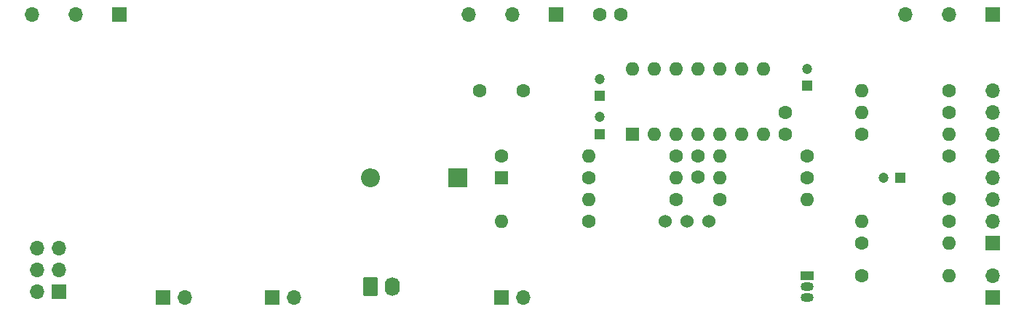
<source format=gbr>
%TF.GenerationSoftware,KiCad,Pcbnew,(6.0.5)*%
%TF.CreationDate,2022-09-19T21:46:26-04:00*%
%TF.ProjectId,valve_distortion,76616c76-655f-4646-9973-746f7274696f,rev?*%
%TF.SameCoordinates,Original*%
%TF.FileFunction,Soldermask,Bot*%
%TF.FilePolarity,Negative*%
%FSLAX46Y46*%
G04 Gerber Fmt 4.6, Leading zero omitted, Abs format (unit mm)*
G04 Created by KiCad (PCBNEW (6.0.5)) date 2022-09-19 21:46:26*
%MOMM*%
%LPD*%
G01*
G04 APERTURE LIST*
G04 Aperture macros list*
%AMRoundRect*
0 Rectangle with rounded corners*
0 $1 Rounding radius*
0 $2 $3 $4 $5 $6 $7 $8 $9 X,Y pos of 4 corners*
0 Add a 4 corners polygon primitive as box body*
4,1,4,$2,$3,$4,$5,$6,$7,$8,$9,$2,$3,0*
0 Add four circle primitives for the rounded corners*
1,1,$1+$1,$2,$3*
1,1,$1+$1,$4,$5*
1,1,$1+$1,$6,$7*
1,1,$1+$1,$8,$9*
0 Add four rect primitives between the rounded corners*
20,1,$1+$1,$2,$3,$4,$5,0*
20,1,$1+$1,$4,$5,$6,$7,0*
20,1,$1+$1,$6,$7,$8,$9,0*
20,1,$1+$1,$8,$9,$2,$3,0*%
G04 Aperture macros list end*
%ADD10C,1.600000*%
%ADD11O,1.600000X1.600000*%
%ADD12R,2.200000X2.200000*%
%ADD13O,2.200000X2.200000*%
%ADD14R,1.600000X1.600000*%
%ADD15R,1.200000X1.200000*%
%ADD16C,1.200000*%
%ADD17C,1.524000*%
%ADD18R,1.500000X1.050000*%
%ADD19O,1.500000X1.050000*%
%ADD20R,1.700000X1.700000*%
%ADD21O,1.700000X1.700000*%
%ADD22RoundRect,0.250000X-0.620000X-0.845000X0.620000X-0.845000X0.620000X0.845000X-0.620000X0.845000X0*%
%ADD23O,1.740000X2.190000*%
G04 APERTURE END LIST*
D10*
%TO.C,R10*%
X140975000Y-82560000D03*
D11*
X130815000Y-82560000D03*
%TD*%
D10*
%TO.C,R9*%
X130815000Y-85100000D03*
D11*
X140975000Y-85100000D03*
%TD*%
D12*
%TO.C,D3*%
X115570000Y-85090000D03*
D13*
X105410000Y-85090000D03*
%TD*%
D10*
%TO.C,C10*%
X143515000Y-82560000D03*
X143515000Y-85060000D03*
%TD*%
D14*
%TO.C,C9*%
X120650000Y-85090000D03*
D10*
X120650000Y-82590000D03*
%TD*%
D15*
%TO.C,C8*%
X132085000Y-80020000D03*
D16*
X132085000Y-78020000D03*
%TD*%
D10*
%TO.C,C5*%
X153675000Y-80020000D03*
X153675000Y-77520000D03*
%TD*%
%TO.C,R8*%
X156215000Y-82560000D03*
D11*
X146055000Y-82560000D03*
%TD*%
D14*
%TO.C,U2*%
X135890000Y-80010000D03*
D11*
X138430000Y-80010000D03*
X140970000Y-80010000D03*
X143510000Y-80010000D03*
X146050000Y-80010000D03*
X148590000Y-80010000D03*
X151130000Y-80010000D03*
X151130000Y-72390000D03*
X148590000Y-72390000D03*
X146050000Y-72390000D03*
X143510000Y-72390000D03*
X140970000Y-72390000D03*
X138430000Y-72390000D03*
X135890000Y-72390000D03*
%TD*%
%TO.C,R6*%
X156215000Y-87640000D03*
D10*
X146055000Y-87640000D03*
%TD*%
%TO.C,C2*%
X172720000Y-87550000D03*
X172720000Y-82550000D03*
%TD*%
D17*
%TO.C,RV4*%
X144780000Y-90170000D03*
X142240000Y-90170000D03*
X139700000Y-90170000D03*
%TD*%
D15*
%TO.C,C3*%
X167100000Y-85090000D03*
D16*
X165100000Y-85090000D03*
%TD*%
D10*
%TO.C,R13*%
X130810000Y-90170000D03*
D11*
X120650000Y-90170000D03*
%TD*%
D10*
%TO.C,R12*%
X162560000Y-96520000D03*
D11*
X172720000Y-96520000D03*
%TD*%
D10*
%TO.C,R11*%
X140975000Y-87640000D03*
D11*
X130815000Y-87640000D03*
%TD*%
D18*
%TO.C,Q1*%
X156210000Y-96520000D03*
D19*
X156210000Y-97790000D03*
X156210000Y-99060000D03*
%TD*%
D20*
%TO.C,J2*%
X93980000Y-99060000D03*
D21*
X96520000Y-99060000D03*
%TD*%
D20*
%TO.C,J1*%
X81280000Y-99060000D03*
D21*
X83820000Y-99060000D03*
%TD*%
D20*
%TO.C,D2*%
X177800000Y-99060000D03*
D21*
X177800000Y-96520000D03*
%TD*%
D10*
%TO.C,C4*%
X132080000Y-66040000D03*
X134580000Y-66040000D03*
%TD*%
D21*
%TO.C,U1*%
X177800000Y-74930000D03*
X177800000Y-77470000D03*
X177800000Y-80010000D03*
X177800000Y-82550000D03*
X177800000Y-85090000D03*
X177800000Y-87630000D03*
X177800000Y-90170000D03*
D20*
X177800000Y-92710000D03*
%TD*%
D15*
%TO.C,C6*%
X156210000Y-74390000D03*
D16*
X156210000Y-72390000D03*
%TD*%
D20*
%TO.C,RV3*%
X177800000Y-66040000D03*
D21*
X172720000Y-66040000D03*
X167640000Y-66040000D03*
%TD*%
D22*
%TO.C,J3*%
X105410000Y-97790000D03*
D23*
X107950000Y-97790000D03*
%TD*%
D10*
%TO.C,R1*%
X172720000Y-77470000D03*
D11*
X162560000Y-77470000D03*
%TD*%
D15*
%TO.C,C7*%
X132085000Y-75575000D03*
D16*
X132085000Y-73575000D03*
%TD*%
D20*
%TO.C,SW1*%
X69215000Y-98425000D03*
D21*
X69215000Y-95885000D03*
X69215000Y-93345000D03*
X66675000Y-98425000D03*
X66675000Y-95885000D03*
X66675000Y-93345000D03*
%TD*%
D10*
%TO.C,R3*%
X162560000Y-80010000D03*
D11*
X172720000Y-80010000D03*
%TD*%
D10*
%TO.C,R2*%
X172720000Y-74930000D03*
D11*
X162560000Y-74930000D03*
%TD*%
D20*
%TO.C,RV2*%
X127000000Y-66040000D03*
D21*
X121920000Y-66040000D03*
X116840000Y-66040000D03*
%TD*%
D10*
%TO.C,R5*%
X162560000Y-92710000D03*
D11*
X172720000Y-92710000D03*
%TD*%
D20*
%TO.C,D1*%
X120650000Y-99060000D03*
D21*
X123190000Y-99060000D03*
%TD*%
%TO.C,RV1*%
X66040000Y-66040000D03*
X71120000Y-66040000D03*
D20*
X76200000Y-66040000D03*
%TD*%
D10*
%TO.C,R4*%
X172720000Y-90170000D03*
D11*
X162560000Y-90170000D03*
%TD*%
D10*
%TO.C,C1*%
X123190000Y-74930000D03*
X118190000Y-74930000D03*
%TD*%
%TO.C,R7*%
X156215000Y-85100000D03*
D11*
X146055000Y-85100000D03*
%TD*%
M02*

</source>
